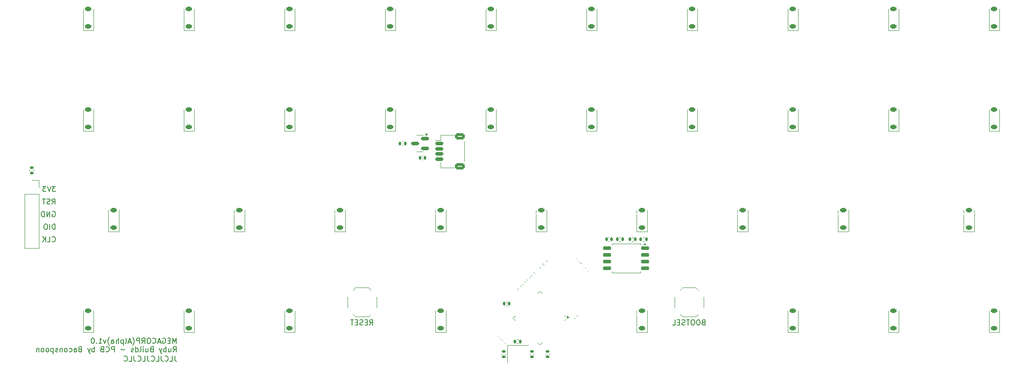
<source format=gbo>
%TF.GenerationSoftware,KiCad,Pcbnew,8.0.5*%
%TF.CreationDate,2024-10-22T20:48:18-04:00*%
%TF.ProjectId,alpha,616c7068-612e-46b6-9963-61645f706362,rev?*%
%TF.SameCoordinates,PX1c62fe0PY650e7e0*%
%TF.FileFunction,Legend,Bot*%
%TF.FilePolarity,Positive*%
%FSLAX46Y46*%
G04 Gerber Fmt 4.6, Leading zero omitted, Abs format (unit mm)*
G04 Created by KiCad (PCBNEW 8.0.5) date 2024-10-22 20:48:18*
%MOMM*%
%LPD*%
G01*
G04 APERTURE LIST*
G04 Aperture macros list*
%AMRoundRect*
0 Rectangle with rounded corners*
0 $1 Rounding radius*
0 $2 $3 $4 $5 $6 $7 $8 $9 X,Y pos of 4 corners*
0 Add a 4 corners polygon primitive as box body*
4,1,4,$2,$3,$4,$5,$6,$7,$8,$9,$2,$3,0*
0 Add four circle primitives for the rounded corners*
1,1,$1+$1,$2,$3*
1,1,$1+$1,$4,$5*
1,1,$1+$1,$6,$7*
1,1,$1+$1,$8,$9*
0 Add four rect primitives between the rounded corners*
20,1,$1+$1,$2,$3,$4,$5,0*
20,1,$1+$1,$4,$5,$6,$7,0*
20,1,$1+$1,$6,$7,$8,$9,0*
20,1,$1+$1,$8,$9,$2,$3,0*%
%AMHorizOval*
0 Thick line with rounded ends*
0 $1 width*
0 $2 $3 position (X,Y) of the first rounded end (center of the circle)*
0 $4 $5 position (X,Y) of the second rounded end (center of the circle)*
0 Add line between two ends*
20,1,$1,$2,$3,$4,$5,0*
0 Add two circle primitives to create the rounded ends*
1,1,$1,$2,$3*
1,1,$1,$4,$5*%
%AMRotRect*
0 Rectangle, with rotation*
0 The origin of the aperture is its center*
0 $1 length*
0 $2 width*
0 $3 Rotation angle, in degrees counterclockwise*
0 Add horizontal line*
21,1,$1,$2,0,0,$3*%
G04 Aperture macros list end*
%ADD10C,0.150000*%
%ADD11C,0.120000*%
%ADD12C,1.750000*%
%ADD13C,4.000000*%
%ADD14HorizOval,2.500000X0.656270X0.728862X-0.656270X-0.728862X0*%
%ADD15C,2.500000*%
%ADD16HorizOval,2.500000X0.020277X0.289981X-0.020277X-0.289981X0*%
%ADD17C,3.987800*%
%ADD18C,3.048000*%
%ADD19RoundRect,0.140000X0.219203X0.021213X0.021213X0.219203X-0.219203X-0.021213X-0.021213X-0.219203X0*%
%ADD20RoundRect,0.225000X0.375000X-0.225000X0.375000X0.225000X-0.375000X0.225000X-0.375000X-0.225000X0*%
%ADD21RoundRect,0.140000X-0.021213X0.219203X-0.219203X0.021213X0.021213X-0.219203X0.219203X-0.021213X0*%
%ADD22R,1.700000X1.000000*%
%ADD23RoundRect,0.135000X-0.135000X-0.185000X0.135000X-0.185000X0.135000X0.185000X-0.135000X0.185000X0*%
%ADD24RoundRect,0.140000X0.140000X0.170000X-0.140000X0.170000X-0.140000X-0.170000X0.140000X-0.170000X0*%
%ADD25RoundRect,0.150000X0.650000X0.150000X-0.650000X0.150000X-0.650000X-0.150000X0.650000X-0.150000X0*%
%ADD26RoundRect,0.140000X0.170000X-0.140000X0.170000X0.140000X-0.170000X0.140000X-0.170000X-0.140000X0*%
%ADD27RoundRect,0.150000X0.587500X0.150000X-0.587500X0.150000X-0.587500X-0.150000X0.587500X-0.150000X0*%
%ADD28R,1.400000X1.200000*%
%ADD29RoundRect,0.135000X-0.226274X-0.035355X-0.035355X-0.226274X0.226274X0.035355X0.035355X0.226274X0*%
%ADD30RoundRect,0.140000X0.021213X-0.219203X0.219203X-0.021213X-0.021213X0.219203X-0.219203X0.021213X0*%
%ADD31R,1.700000X1.700000*%
%ADD32O,1.700000X1.700000*%
%ADD33RoundRect,0.140000X-0.170000X0.140000X-0.170000X-0.140000X0.170000X-0.140000X0.170000X0.140000X0*%
%ADD34RoundRect,0.150000X-0.625000X0.150000X-0.625000X-0.150000X0.625000X-0.150000X0.625000X0.150000X0*%
%ADD35RoundRect,0.250000X-0.650000X0.350000X-0.650000X-0.350000X0.650000X-0.350000X0.650000X0.350000X0*%
%ADD36RoundRect,0.140000X-0.140000X-0.170000X0.140000X-0.170000X0.140000X0.170000X-0.140000X0.170000X0*%
%ADD37RoundRect,0.135000X0.185000X-0.135000X0.185000X0.135000X-0.185000X0.135000X-0.185000X-0.135000X0*%
%ADD38RoundRect,0.140000X-0.219203X-0.021213X-0.021213X-0.219203X0.219203X0.021213X0.021213X0.219203X0*%
%ADD39RoundRect,0.050000X0.309359X-0.238649X-0.238649X0.309359X-0.309359X0.238649X0.238649X-0.309359X0*%
%ADD40RoundRect,0.050000X0.309359X0.238649X0.238649X0.309359X-0.309359X-0.238649X-0.238649X-0.309359X0*%
%ADD41RotRect,3.200000X3.200000X135.000000*%
G04 APERTURE END LIST*
D10*
X28845450Y1725493D02*
X28845450Y1011208D01*
X28845450Y1011208D02*
X28893069Y868351D01*
X28893069Y868351D02*
X28988307Y773112D01*
X28988307Y773112D02*
X29131164Y725493D01*
X29131164Y725493D02*
X29226402Y725493D01*
X27893069Y725493D02*
X28369259Y725493D01*
X28369259Y725493D02*
X28369259Y1725493D01*
X26988307Y820732D02*
X27035926Y773112D01*
X27035926Y773112D02*
X27178783Y725493D01*
X27178783Y725493D02*
X27274021Y725493D01*
X27274021Y725493D02*
X27416878Y773112D01*
X27416878Y773112D02*
X27512116Y868351D01*
X27512116Y868351D02*
X27559735Y963589D01*
X27559735Y963589D02*
X27607354Y1154065D01*
X27607354Y1154065D02*
X27607354Y1296922D01*
X27607354Y1296922D02*
X27559735Y1487398D01*
X27559735Y1487398D02*
X27512116Y1582636D01*
X27512116Y1582636D02*
X27416878Y1677874D01*
X27416878Y1677874D02*
X27274021Y1725493D01*
X27274021Y1725493D02*
X27178783Y1725493D01*
X27178783Y1725493D02*
X27035926Y1677874D01*
X27035926Y1677874D02*
X26988307Y1630255D01*
X26274021Y1725493D02*
X26274021Y1011208D01*
X26274021Y1011208D02*
X26321640Y868351D01*
X26321640Y868351D02*
X26416878Y773112D01*
X26416878Y773112D02*
X26559735Y725493D01*
X26559735Y725493D02*
X26654973Y725493D01*
X25321640Y725493D02*
X25797830Y725493D01*
X25797830Y725493D02*
X25797830Y1725493D01*
X24416878Y820732D02*
X24464497Y773112D01*
X24464497Y773112D02*
X24607354Y725493D01*
X24607354Y725493D02*
X24702592Y725493D01*
X24702592Y725493D02*
X24845449Y773112D01*
X24845449Y773112D02*
X24940687Y868351D01*
X24940687Y868351D02*
X24988306Y963589D01*
X24988306Y963589D02*
X25035925Y1154065D01*
X25035925Y1154065D02*
X25035925Y1296922D01*
X25035925Y1296922D02*
X24988306Y1487398D01*
X24988306Y1487398D02*
X24940687Y1582636D01*
X24940687Y1582636D02*
X24845449Y1677874D01*
X24845449Y1677874D02*
X24702592Y1725493D01*
X24702592Y1725493D02*
X24607354Y1725493D01*
X24607354Y1725493D02*
X24464497Y1677874D01*
X24464497Y1677874D02*
X24416878Y1630255D01*
X23702592Y1725493D02*
X23702592Y1011208D01*
X23702592Y1011208D02*
X23750211Y868351D01*
X23750211Y868351D02*
X23845449Y773112D01*
X23845449Y773112D02*
X23988306Y725493D01*
X23988306Y725493D02*
X24083544Y725493D01*
X22750211Y725493D02*
X23226401Y725493D01*
X23226401Y725493D02*
X23226401Y1725493D01*
X21845449Y820732D02*
X21893068Y773112D01*
X21893068Y773112D02*
X22035925Y725493D01*
X22035925Y725493D02*
X22131163Y725493D01*
X22131163Y725493D02*
X22274020Y773112D01*
X22274020Y773112D02*
X22369258Y868351D01*
X22369258Y868351D02*
X22416877Y963589D01*
X22416877Y963589D02*
X22464496Y1154065D01*
X22464496Y1154065D02*
X22464496Y1296922D01*
X22464496Y1296922D02*
X22416877Y1487398D01*
X22416877Y1487398D02*
X22369258Y1582636D01*
X22369258Y1582636D02*
X22274020Y1677874D01*
X22274020Y1677874D02*
X22131163Y1725493D01*
X22131163Y1725493D02*
X22035925Y1725493D01*
X22035925Y1725493D02*
X21893068Y1677874D01*
X21893068Y1677874D02*
X21845449Y1630255D01*
X21131163Y1725493D02*
X21131163Y1011208D01*
X21131163Y1011208D02*
X21178782Y868351D01*
X21178782Y868351D02*
X21274020Y773112D01*
X21274020Y773112D02*
X21416877Y725493D01*
X21416877Y725493D02*
X21512115Y725493D01*
X20178782Y725493D02*
X20654972Y725493D01*
X20654972Y725493D02*
X20654972Y1725493D01*
X19274020Y820732D02*
X19321639Y773112D01*
X19321639Y773112D02*
X19464496Y725493D01*
X19464496Y725493D02*
X19559734Y725493D01*
X19559734Y725493D02*
X19702591Y773112D01*
X19702591Y773112D02*
X19797829Y868351D01*
X19797829Y868351D02*
X19845448Y963589D01*
X19845448Y963589D02*
X19893067Y1154065D01*
X19893067Y1154065D02*
X19893067Y1296922D01*
X19893067Y1296922D02*
X19845448Y1487398D01*
X19845448Y1487398D02*
X19797829Y1582636D01*
X19797829Y1582636D02*
X19702591Y1677874D01*
X19702591Y1677874D02*
X19559734Y1725493D01*
X19559734Y1725493D02*
X19464496Y1725493D01*
X19464496Y1725493D02*
X19321639Y1677874D01*
X19321639Y1677874D02*
X19274020Y1630255D01*
X5687843Y29062226D02*
X5783081Y29109845D01*
X5783081Y29109845D02*
X5925938Y29109845D01*
X5925938Y29109845D02*
X6068795Y29062226D01*
X6068795Y29062226D02*
X6164033Y28966988D01*
X6164033Y28966988D02*
X6211652Y28871750D01*
X6211652Y28871750D02*
X6259271Y28681274D01*
X6259271Y28681274D02*
X6259271Y28538417D01*
X6259271Y28538417D02*
X6211652Y28347941D01*
X6211652Y28347941D02*
X6164033Y28252703D01*
X6164033Y28252703D02*
X6068795Y28157464D01*
X6068795Y28157464D02*
X5925938Y28109845D01*
X5925938Y28109845D02*
X5830700Y28109845D01*
X5830700Y28109845D02*
X5687843Y28157464D01*
X5687843Y28157464D02*
X5640224Y28205084D01*
X5640224Y28205084D02*
X5640224Y28538417D01*
X5640224Y28538417D02*
X5830700Y28538417D01*
X5211652Y28109845D02*
X5211652Y29109845D01*
X5211652Y29109845D02*
X4640224Y28109845D01*
X4640224Y28109845D02*
X4640224Y29109845D01*
X4164033Y28109845D02*
X4164033Y29109845D01*
X4164033Y29109845D02*
X3925938Y29109845D01*
X3925938Y29109845D02*
X3783081Y29062226D01*
X3783081Y29062226D02*
X3687843Y28966988D01*
X3687843Y28966988D02*
X3640224Y28871750D01*
X3640224Y28871750D02*
X3592605Y28681274D01*
X3592605Y28681274D02*
X3592605Y28538417D01*
X3592605Y28538417D02*
X3640224Y28347941D01*
X3640224Y28347941D02*
X3687843Y28252703D01*
X3687843Y28252703D02*
X3783081Y28157464D01*
X3783081Y28157464D02*
X3925938Y28109845D01*
X3925938Y28109845D02*
X4164033Y28109845D01*
X65746077Y7581893D02*
X66079410Y8058084D01*
X66317505Y7581893D02*
X66317505Y8581893D01*
X66317505Y8581893D02*
X65936553Y8581893D01*
X65936553Y8581893D02*
X65841315Y8534274D01*
X65841315Y8534274D02*
X65793696Y8486655D01*
X65793696Y8486655D02*
X65746077Y8391417D01*
X65746077Y8391417D02*
X65746077Y8248560D01*
X65746077Y8248560D02*
X65793696Y8153322D01*
X65793696Y8153322D02*
X65841315Y8105703D01*
X65841315Y8105703D02*
X65936553Y8058084D01*
X65936553Y8058084D02*
X66317505Y8058084D01*
X65317505Y8105703D02*
X64984172Y8105703D01*
X64841315Y7581893D02*
X65317505Y7581893D01*
X65317505Y7581893D02*
X65317505Y8581893D01*
X65317505Y8581893D02*
X64841315Y8581893D01*
X64460362Y7629512D02*
X64317505Y7581893D01*
X64317505Y7581893D02*
X64079410Y7581893D01*
X64079410Y7581893D02*
X63984172Y7629512D01*
X63984172Y7629512D02*
X63936553Y7677132D01*
X63936553Y7677132D02*
X63888934Y7772370D01*
X63888934Y7772370D02*
X63888934Y7867608D01*
X63888934Y7867608D02*
X63936553Y7962846D01*
X63936553Y7962846D02*
X63984172Y8010465D01*
X63984172Y8010465D02*
X64079410Y8058084D01*
X64079410Y8058084D02*
X64269886Y8105703D01*
X64269886Y8105703D02*
X64365124Y8153322D01*
X64365124Y8153322D02*
X64412743Y8200941D01*
X64412743Y8200941D02*
X64460362Y8296179D01*
X64460362Y8296179D02*
X64460362Y8391417D01*
X64460362Y8391417D02*
X64412743Y8486655D01*
X64412743Y8486655D02*
X64365124Y8534274D01*
X64365124Y8534274D02*
X64269886Y8581893D01*
X64269886Y8581893D02*
X64031791Y8581893D01*
X64031791Y8581893D02*
X63888934Y8534274D01*
X63460362Y8105703D02*
X63127029Y8105703D01*
X62984172Y7581893D02*
X63460362Y7581893D01*
X63460362Y7581893D02*
X63460362Y8581893D01*
X63460362Y8581893D02*
X62984172Y8581893D01*
X62698457Y8581893D02*
X62127029Y8581893D01*
X62412743Y7581893D02*
X62412743Y8581893D01*
X6306890Y33872341D02*
X5687843Y33872341D01*
X5687843Y33872341D02*
X6021176Y33491389D01*
X6021176Y33491389D02*
X5878319Y33491389D01*
X5878319Y33491389D02*
X5783081Y33443770D01*
X5783081Y33443770D02*
X5735462Y33396151D01*
X5735462Y33396151D02*
X5687843Y33300913D01*
X5687843Y33300913D02*
X5687843Y33062818D01*
X5687843Y33062818D02*
X5735462Y32967580D01*
X5735462Y32967580D02*
X5783081Y32919960D01*
X5783081Y32919960D02*
X5878319Y32872341D01*
X5878319Y32872341D02*
X6164033Y32872341D01*
X6164033Y32872341D02*
X6259271Y32919960D01*
X6259271Y32919960D02*
X6306890Y32967580D01*
X5402128Y33872341D02*
X5068795Y32872341D01*
X5068795Y32872341D02*
X4735462Y33872341D01*
X4497366Y33872341D02*
X3878319Y33872341D01*
X3878319Y33872341D02*
X4211652Y33491389D01*
X4211652Y33491389D02*
X4068795Y33491389D01*
X4068795Y33491389D02*
X3973557Y33443770D01*
X3973557Y33443770D02*
X3925938Y33396151D01*
X3925938Y33396151D02*
X3878319Y33300913D01*
X3878319Y33300913D02*
X3878319Y33062818D01*
X3878319Y33062818D02*
X3925938Y32967580D01*
X3925938Y32967580D02*
X3973557Y32919960D01*
X3973557Y32919960D02*
X4068795Y32872341D01*
X4068795Y32872341D02*
X4354509Y32872341D01*
X4354509Y32872341D02*
X4449747Y32919960D01*
X4449747Y32919960D02*
X4497366Y32967580D01*
X5640224Y23442588D02*
X5687843Y23394968D01*
X5687843Y23394968D02*
X5830700Y23347349D01*
X5830700Y23347349D02*
X5925938Y23347349D01*
X5925938Y23347349D02*
X6068795Y23394968D01*
X6068795Y23394968D02*
X6164033Y23490207D01*
X6164033Y23490207D02*
X6211652Y23585445D01*
X6211652Y23585445D02*
X6259271Y23775921D01*
X6259271Y23775921D02*
X6259271Y23918778D01*
X6259271Y23918778D02*
X6211652Y24109254D01*
X6211652Y24109254D02*
X6164033Y24204492D01*
X6164033Y24204492D02*
X6068795Y24299730D01*
X6068795Y24299730D02*
X5925938Y24347349D01*
X5925938Y24347349D02*
X5830700Y24347349D01*
X5830700Y24347349D02*
X5687843Y24299730D01*
X5687843Y24299730D02*
X5640224Y24252111D01*
X4735462Y23347349D02*
X5211652Y23347349D01*
X5211652Y23347349D02*
X5211652Y24347349D01*
X4402128Y23347349D02*
X4402128Y24347349D01*
X3830700Y23347349D02*
X4259271Y23918778D01*
X3830700Y24347349D02*
X4402128Y23775921D01*
X6211652Y25728597D02*
X6211652Y26728597D01*
X6211652Y26728597D02*
X5973557Y26728597D01*
X5973557Y26728597D02*
X5830700Y26680978D01*
X5830700Y26680978D02*
X5735462Y26585740D01*
X5735462Y26585740D02*
X5687843Y26490502D01*
X5687843Y26490502D02*
X5640224Y26300026D01*
X5640224Y26300026D02*
X5640224Y26157169D01*
X5640224Y26157169D02*
X5687843Y25966693D01*
X5687843Y25966693D02*
X5735462Y25871455D01*
X5735462Y25871455D02*
X5830700Y25776216D01*
X5830700Y25776216D02*
X5973557Y25728597D01*
X5973557Y25728597D02*
X6211652Y25728597D01*
X5211652Y25728597D02*
X5211652Y26728597D01*
X4544986Y26728597D02*
X4354510Y26728597D01*
X4354510Y26728597D02*
X4259272Y26680978D01*
X4259272Y26680978D02*
X4164034Y26585740D01*
X4164034Y26585740D02*
X4116415Y26395264D01*
X4116415Y26395264D02*
X4116415Y26061931D01*
X4116415Y26061931D02*
X4164034Y25871455D01*
X4164034Y25871455D02*
X4259272Y25776216D01*
X4259272Y25776216D02*
X4354510Y25728597D01*
X4354510Y25728597D02*
X4544986Y25728597D01*
X4544986Y25728597D02*
X4640224Y25776216D01*
X4640224Y25776216D02*
X4735462Y25871455D01*
X4735462Y25871455D02*
X4783081Y26061931D01*
X4783081Y26061931D02*
X4783081Y26395264D01*
X4783081Y26395264D02*
X4735462Y26585740D01*
X4735462Y26585740D02*
X4640224Y26680978D01*
X4640224Y26680978D02*
X4544986Y26728597D01*
X5640224Y30491093D02*
X5973557Y30967284D01*
X6211652Y30491093D02*
X6211652Y31491093D01*
X6211652Y31491093D02*
X5830700Y31491093D01*
X5830700Y31491093D02*
X5735462Y31443474D01*
X5735462Y31443474D02*
X5687843Y31395855D01*
X5687843Y31395855D02*
X5640224Y31300617D01*
X5640224Y31300617D02*
X5640224Y31157760D01*
X5640224Y31157760D02*
X5687843Y31062522D01*
X5687843Y31062522D02*
X5735462Y31014903D01*
X5735462Y31014903D02*
X5830700Y30967284D01*
X5830700Y30967284D02*
X6211652Y30967284D01*
X5259271Y30538712D02*
X5116414Y30491093D01*
X5116414Y30491093D02*
X4878319Y30491093D01*
X4878319Y30491093D02*
X4783081Y30538712D01*
X4783081Y30538712D02*
X4735462Y30586332D01*
X4735462Y30586332D02*
X4687843Y30681570D01*
X4687843Y30681570D02*
X4687843Y30776808D01*
X4687843Y30776808D02*
X4735462Y30872046D01*
X4735462Y30872046D02*
X4783081Y30919665D01*
X4783081Y30919665D02*
X4878319Y30967284D01*
X4878319Y30967284D02*
X5068795Y31014903D01*
X5068795Y31014903D02*
X5164033Y31062522D01*
X5164033Y31062522D02*
X5211652Y31110141D01*
X5211652Y31110141D02*
X5259271Y31205379D01*
X5259271Y31205379D02*
X5259271Y31300617D01*
X5259271Y31300617D02*
X5211652Y31395855D01*
X5211652Y31395855D02*
X5164033Y31443474D01*
X5164033Y31443474D02*
X5068795Y31491093D01*
X5068795Y31491093D02*
X4830700Y31491093D01*
X4830700Y31491093D02*
X4687843Y31443474D01*
X4402128Y31491093D02*
X3830700Y31491093D01*
X4116414Y30491093D02*
X4116414Y31491093D01*
X128896620Y8105703D02*
X128753763Y8058084D01*
X128753763Y8058084D02*
X128706144Y8010465D01*
X128706144Y8010465D02*
X128658525Y7915227D01*
X128658525Y7915227D02*
X128658525Y7772370D01*
X128658525Y7772370D02*
X128706144Y7677132D01*
X128706144Y7677132D02*
X128753763Y7629512D01*
X128753763Y7629512D02*
X128849001Y7581893D01*
X128849001Y7581893D02*
X129229953Y7581893D01*
X129229953Y7581893D02*
X129229953Y8581893D01*
X129229953Y8581893D02*
X128896620Y8581893D01*
X128896620Y8581893D02*
X128801382Y8534274D01*
X128801382Y8534274D02*
X128753763Y8486655D01*
X128753763Y8486655D02*
X128706144Y8391417D01*
X128706144Y8391417D02*
X128706144Y8296179D01*
X128706144Y8296179D02*
X128753763Y8200941D01*
X128753763Y8200941D02*
X128801382Y8153322D01*
X128801382Y8153322D02*
X128896620Y8105703D01*
X128896620Y8105703D02*
X129229953Y8105703D01*
X128039477Y8581893D02*
X127849001Y8581893D01*
X127849001Y8581893D02*
X127753763Y8534274D01*
X127753763Y8534274D02*
X127658525Y8439036D01*
X127658525Y8439036D02*
X127610906Y8248560D01*
X127610906Y8248560D02*
X127610906Y7915227D01*
X127610906Y7915227D02*
X127658525Y7724751D01*
X127658525Y7724751D02*
X127753763Y7629512D01*
X127753763Y7629512D02*
X127849001Y7581893D01*
X127849001Y7581893D02*
X128039477Y7581893D01*
X128039477Y7581893D02*
X128134715Y7629512D01*
X128134715Y7629512D02*
X128229953Y7724751D01*
X128229953Y7724751D02*
X128277572Y7915227D01*
X128277572Y7915227D02*
X128277572Y8248560D01*
X128277572Y8248560D02*
X128229953Y8439036D01*
X128229953Y8439036D02*
X128134715Y8534274D01*
X128134715Y8534274D02*
X128039477Y8581893D01*
X126991858Y8581893D02*
X126801382Y8581893D01*
X126801382Y8581893D02*
X126706144Y8534274D01*
X126706144Y8534274D02*
X126610906Y8439036D01*
X126610906Y8439036D02*
X126563287Y8248560D01*
X126563287Y8248560D02*
X126563287Y7915227D01*
X126563287Y7915227D02*
X126610906Y7724751D01*
X126610906Y7724751D02*
X126706144Y7629512D01*
X126706144Y7629512D02*
X126801382Y7581893D01*
X126801382Y7581893D02*
X126991858Y7581893D01*
X126991858Y7581893D02*
X127087096Y7629512D01*
X127087096Y7629512D02*
X127182334Y7724751D01*
X127182334Y7724751D02*
X127229953Y7915227D01*
X127229953Y7915227D02*
X127229953Y8248560D01*
X127229953Y8248560D02*
X127182334Y8439036D01*
X127182334Y8439036D02*
X127087096Y8534274D01*
X127087096Y8534274D02*
X126991858Y8581893D01*
X126277572Y8581893D02*
X125706144Y8581893D01*
X125991858Y7581893D02*
X125991858Y8581893D01*
X125420429Y7629512D02*
X125277572Y7581893D01*
X125277572Y7581893D02*
X125039477Y7581893D01*
X125039477Y7581893D02*
X124944239Y7629512D01*
X124944239Y7629512D02*
X124896620Y7677132D01*
X124896620Y7677132D02*
X124849001Y7772370D01*
X124849001Y7772370D02*
X124849001Y7867608D01*
X124849001Y7867608D02*
X124896620Y7962846D01*
X124896620Y7962846D02*
X124944239Y8010465D01*
X124944239Y8010465D02*
X125039477Y8058084D01*
X125039477Y8058084D02*
X125229953Y8105703D01*
X125229953Y8105703D02*
X125325191Y8153322D01*
X125325191Y8153322D02*
X125372810Y8200941D01*
X125372810Y8200941D02*
X125420429Y8296179D01*
X125420429Y8296179D02*
X125420429Y8391417D01*
X125420429Y8391417D02*
X125372810Y8486655D01*
X125372810Y8486655D02*
X125325191Y8534274D01*
X125325191Y8534274D02*
X125229953Y8581893D01*
X125229953Y8581893D02*
X124991858Y8581893D01*
X124991858Y8581893D02*
X124849001Y8534274D01*
X124420429Y8105703D02*
X124087096Y8105703D01*
X123944239Y7581893D02*
X124420429Y7581893D01*
X124420429Y7581893D02*
X124420429Y8581893D01*
X124420429Y8581893D02*
X123944239Y8581893D01*
X123039477Y7581893D02*
X123515667Y7581893D01*
X123515667Y7581893D02*
X123515667Y8581893D01*
X29131164Y4121373D02*
X29131164Y5121373D01*
X29131164Y5121373D02*
X28797831Y4407088D01*
X28797831Y4407088D02*
X28464498Y5121373D01*
X28464498Y5121373D02*
X28464498Y4121373D01*
X27988307Y4645183D02*
X27654974Y4645183D01*
X27512117Y4121373D02*
X27988307Y4121373D01*
X27988307Y4121373D02*
X27988307Y5121373D01*
X27988307Y5121373D02*
X27512117Y5121373D01*
X26559736Y5073754D02*
X26654974Y5121373D01*
X26654974Y5121373D02*
X26797831Y5121373D01*
X26797831Y5121373D02*
X26940688Y5073754D01*
X26940688Y5073754D02*
X27035926Y4978516D01*
X27035926Y4978516D02*
X27083545Y4883278D01*
X27083545Y4883278D02*
X27131164Y4692802D01*
X27131164Y4692802D02*
X27131164Y4549945D01*
X27131164Y4549945D02*
X27083545Y4359469D01*
X27083545Y4359469D02*
X27035926Y4264231D01*
X27035926Y4264231D02*
X26940688Y4168992D01*
X26940688Y4168992D02*
X26797831Y4121373D01*
X26797831Y4121373D02*
X26702593Y4121373D01*
X26702593Y4121373D02*
X26559736Y4168992D01*
X26559736Y4168992D02*
X26512117Y4216612D01*
X26512117Y4216612D02*
X26512117Y4549945D01*
X26512117Y4549945D02*
X26702593Y4549945D01*
X26131164Y4407088D02*
X25654974Y4407088D01*
X26226402Y4121373D02*
X25893069Y5121373D01*
X25893069Y5121373D02*
X25559736Y4121373D01*
X24654974Y4216612D02*
X24702593Y4168992D01*
X24702593Y4168992D02*
X24845450Y4121373D01*
X24845450Y4121373D02*
X24940688Y4121373D01*
X24940688Y4121373D02*
X25083545Y4168992D01*
X25083545Y4168992D02*
X25178783Y4264231D01*
X25178783Y4264231D02*
X25226402Y4359469D01*
X25226402Y4359469D02*
X25274021Y4549945D01*
X25274021Y4549945D02*
X25274021Y4692802D01*
X25274021Y4692802D02*
X25226402Y4883278D01*
X25226402Y4883278D02*
X25178783Y4978516D01*
X25178783Y4978516D02*
X25083545Y5073754D01*
X25083545Y5073754D02*
X24940688Y5121373D01*
X24940688Y5121373D02*
X24845450Y5121373D01*
X24845450Y5121373D02*
X24702593Y5073754D01*
X24702593Y5073754D02*
X24654974Y5026135D01*
X24035926Y5121373D02*
X23845450Y5121373D01*
X23845450Y5121373D02*
X23750212Y5073754D01*
X23750212Y5073754D02*
X23654974Y4978516D01*
X23654974Y4978516D02*
X23607355Y4788040D01*
X23607355Y4788040D02*
X23607355Y4454707D01*
X23607355Y4454707D02*
X23654974Y4264231D01*
X23654974Y4264231D02*
X23750212Y4168992D01*
X23750212Y4168992D02*
X23845450Y4121373D01*
X23845450Y4121373D02*
X24035926Y4121373D01*
X24035926Y4121373D02*
X24131164Y4168992D01*
X24131164Y4168992D02*
X24226402Y4264231D01*
X24226402Y4264231D02*
X24274021Y4454707D01*
X24274021Y4454707D02*
X24274021Y4788040D01*
X24274021Y4788040D02*
X24226402Y4978516D01*
X24226402Y4978516D02*
X24131164Y5073754D01*
X24131164Y5073754D02*
X24035926Y5121373D01*
X22607355Y4121373D02*
X22940688Y4597564D01*
X23178783Y4121373D02*
X23178783Y5121373D01*
X23178783Y5121373D02*
X22797831Y5121373D01*
X22797831Y5121373D02*
X22702593Y5073754D01*
X22702593Y5073754D02*
X22654974Y5026135D01*
X22654974Y5026135D02*
X22607355Y4930897D01*
X22607355Y4930897D02*
X22607355Y4788040D01*
X22607355Y4788040D02*
X22654974Y4692802D01*
X22654974Y4692802D02*
X22702593Y4645183D01*
X22702593Y4645183D02*
X22797831Y4597564D01*
X22797831Y4597564D02*
X23178783Y4597564D01*
X22178783Y4121373D02*
X22178783Y5121373D01*
X22178783Y5121373D02*
X21797831Y5121373D01*
X21797831Y5121373D02*
X21702593Y5073754D01*
X21702593Y5073754D02*
X21654974Y5026135D01*
X21654974Y5026135D02*
X21607355Y4930897D01*
X21607355Y4930897D02*
X21607355Y4788040D01*
X21607355Y4788040D02*
X21654974Y4692802D01*
X21654974Y4692802D02*
X21702593Y4645183D01*
X21702593Y4645183D02*
X21797831Y4597564D01*
X21797831Y4597564D02*
X22178783Y4597564D01*
X20893069Y3740421D02*
X20940688Y3788040D01*
X20940688Y3788040D02*
X21035926Y3930897D01*
X21035926Y3930897D02*
X21083545Y4026135D01*
X21083545Y4026135D02*
X21131164Y4168992D01*
X21131164Y4168992D02*
X21178783Y4407088D01*
X21178783Y4407088D02*
X21178783Y4597564D01*
X21178783Y4597564D02*
X21131164Y4835659D01*
X21131164Y4835659D02*
X21083545Y4978516D01*
X21083545Y4978516D02*
X21035926Y5073754D01*
X21035926Y5073754D02*
X20940688Y5216612D01*
X20940688Y5216612D02*
X20893069Y5264231D01*
X20559735Y4407088D02*
X20083545Y4407088D01*
X20654973Y4121373D02*
X20321640Y5121373D01*
X20321640Y5121373D02*
X19988307Y4121373D01*
X19512116Y4121373D02*
X19607354Y4168992D01*
X19607354Y4168992D02*
X19654973Y4264231D01*
X19654973Y4264231D02*
X19654973Y5121373D01*
X19131163Y4788040D02*
X19131163Y3788040D01*
X19131163Y4740421D02*
X19035925Y4788040D01*
X19035925Y4788040D02*
X18845449Y4788040D01*
X18845449Y4788040D02*
X18750211Y4740421D01*
X18750211Y4740421D02*
X18702592Y4692802D01*
X18702592Y4692802D02*
X18654973Y4597564D01*
X18654973Y4597564D02*
X18654973Y4311850D01*
X18654973Y4311850D02*
X18702592Y4216612D01*
X18702592Y4216612D02*
X18750211Y4168992D01*
X18750211Y4168992D02*
X18845449Y4121373D01*
X18845449Y4121373D02*
X19035925Y4121373D01*
X19035925Y4121373D02*
X19131163Y4168992D01*
X18226401Y4121373D02*
X18226401Y5121373D01*
X17797830Y4121373D02*
X17797830Y4645183D01*
X17797830Y4645183D02*
X17845449Y4740421D01*
X17845449Y4740421D02*
X17940687Y4788040D01*
X17940687Y4788040D02*
X18083544Y4788040D01*
X18083544Y4788040D02*
X18178782Y4740421D01*
X18178782Y4740421D02*
X18226401Y4692802D01*
X16893068Y4121373D02*
X16893068Y4645183D01*
X16893068Y4645183D02*
X16940687Y4740421D01*
X16940687Y4740421D02*
X17035925Y4788040D01*
X17035925Y4788040D02*
X17226401Y4788040D01*
X17226401Y4788040D02*
X17321639Y4740421D01*
X16893068Y4168992D02*
X16988306Y4121373D01*
X16988306Y4121373D02*
X17226401Y4121373D01*
X17226401Y4121373D02*
X17321639Y4168992D01*
X17321639Y4168992D02*
X17369258Y4264231D01*
X17369258Y4264231D02*
X17369258Y4359469D01*
X17369258Y4359469D02*
X17321639Y4454707D01*
X17321639Y4454707D02*
X17226401Y4502326D01*
X17226401Y4502326D02*
X16988306Y4502326D01*
X16988306Y4502326D02*
X16893068Y4549945D01*
X16512115Y3740421D02*
X16464496Y3788040D01*
X16464496Y3788040D02*
X16369258Y3930897D01*
X16369258Y3930897D02*
X16321639Y4026135D01*
X16321639Y4026135D02*
X16274020Y4168992D01*
X16274020Y4168992D02*
X16226401Y4407088D01*
X16226401Y4407088D02*
X16226401Y4597564D01*
X16226401Y4597564D02*
X16274020Y4835659D01*
X16274020Y4835659D02*
X16321639Y4978516D01*
X16321639Y4978516D02*
X16369258Y5073754D01*
X16369258Y5073754D02*
X16464496Y5216612D01*
X16464496Y5216612D02*
X16512115Y5264231D01*
X15845448Y4788040D02*
X15607353Y4121373D01*
X15607353Y4121373D02*
X15369258Y4788040D01*
X14464496Y4121373D02*
X15035924Y4121373D01*
X14750210Y4121373D02*
X14750210Y5121373D01*
X14750210Y5121373D02*
X14845448Y4978516D01*
X14845448Y4978516D02*
X14940686Y4883278D01*
X14940686Y4883278D02*
X15035924Y4835659D01*
X14035924Y4216612D02*
X13988305Y4168992D01*
X13988305Y4168992D02*
X14035924Y4121373D01*
X14035924Y4121373D02*
X14083543Y4168992D01*
X14083543Y4168992D02*
X14035924Y4216612D01*
X14035924Y4216612D02*
X14035924Y4121373D01*
X13369258Y5121373D02*
X13274020Y5121373D01*
X13274020Y5121373D02*
X13178782Y5073754D01*
X13178782Y5073754D02*
X13131163Y5026135D01*
X13131163Y5026135D02*
X13083544Y4930897D01*
X13083544Y4930897D02*
X13035925Y4740421D01*
X13035925Y4740421D02*
X13035925Y4502326D01*
X13035925Y4502326D02*
X13083544Y4311850D01*
X13083544Y4311850D02*
X13131163Y4216612D01*
X13131163Y4216612D02*
X13178782Y4168992D01*
X13178782Y4168992D02*
X13274020Y4121373D01*
X13274020Y4121373D02*
X13369258Y4121373D01*
X13369258Y4121373D02*
X13464496Y4168992D01*
X13464496Y4168992D02*
X13512115Y4216612D01*
X13512115Y4216612D02*
X13559734Y4311850D01*
X13559734Y4311850D02*
X13607353Y4502326D01*
X13607353Y4502326D02*
X13607353Y4740421D01*
X13607353Y4740421D02*
X13559734Y4930897D01*
X13559734Y4930897D02*
X13512115Y5026135D01*
X13512115Y5026135D02*
X13464496Y5073754D01*
X13464496Y5073754D02*
X13369258Y5121373D01*
X28559736Y2511429D02*
X28893069Y2987620D01*
X29131164Y2511429D02*
X29131164Y3511429D01*
X29131164Y3511429D02*
X28750212Y3511429D01*
X28750212Y3511429D02*
X28654974Y3463810D01*
X28654974Y3463810D02*
X28607355Y3416191D01*
X28607355Y3416191D02*
X28559736Y3320953D01*
X28559736Y3320953D02*
X28559736Y3178096D01*
X28559736Y3178096D02*
X28607355Y3082858D01*
X28607355Y3082858D02*
X28654974Y3035239D01*
X28654974Y3035239D02*
X28750212Y2987620D01*
X28750212Y2987620D02*
X29131164Y2987620D01*
X27702593Y3178096D02*
X27702593Y2511429D01*
X28131164Y3178096D02*
X28131164Y2654287D01*
X28131164Y2654287D02*
X28083545Y2559048D01*
X28083545Y2559048D02*
X27988307Y2511429D01*
X27988307Y2511429D02*
X27845450Y2511429D01*
X27845450Y2511429D02*
X27750212Y2559048D01*
X27750212Y2559048D02*
X27702593Y2606668D01*
X27226402Y2511429D02*
X27226402Y3511429D01*
X27226402Y3130477D02*
X27131164Y3178096D01*
X27131164Y3178096D02*
X26940688Y3178096D01*
X26940688Y3178096D02*
X26845450Y3130477D01*
X26845450Y3130477D02*
X26797831Y3082858D01*
X26797831Y3082858D02*
X26750212Y2987620D01*
X26750212Y2987620D02*
X26750212Y2701906D01*
X26750212Y2701906D02*
X26797831Y2606668D01*
X26797831Y2606668D02*
X26845450Y2559048D01*
X26845450Y2559048D02*
X26940688Y2511429D01*
X26940688Y2511429D02*
X27131164Y2511429D01*
X27131164Y2511429D02*
X27226402Y2559048D01*
X26416878Y3178096D02*
X26178783Y2511429D01*
X25940688Y3178096D02*
X26178783Y2511429D01*
X26178783Y2511429D02*
X26274021Y2273334D01*
X26274021Y2273334D02*
X26321640Y2225715D01*
X26321640Y2225715D02*
X26416878Y2178096D01*
X24464497Y3035239D02*
X24321640Y2987620D01*
X24321640Y2987620D02*
X24274021Y2940001D01*
X24274021Y2940001D02*
X24226402Y2844763D01*
X24226402Y2844763D02*
X24226402Y2701906D01*
X24226402Y2701906D02*
X24274021Y2606668D01*
X24274021Y2606668D02*
X24321640Y2559048D01*
X24321640Y2559048D02*
X24416878Y2511429D01*
X24416878Y2511429D02*
X24797830Y2511429D01*
X24797830Y2511429D02*
X24797830Y3511429D01*
X24797830Y3511429D02*
X24464497Y3511429D01*
X24464497Y3511429D02*
X24369259Y3463810D01*
X24369259Y3463810D02*
X24321640Y3416191D01*
X24321640Y3416191D02*
X24274021Y3320953D01*
X24274021Y3320953D02*
X24274021Y3225715D01*
X24274021Y3225715D02*
X24321640Y3130477D01*
X24321640Y3130477D02*
X24369259Y3082858D01*
X24369259Y3082858D02*
X24464497Y3035239D01*
X24464497Y3035239D02*
X24797830Y3035239D01*
X23369259Y3178096D02*
X23369259Y2511429D01*
X23797830Y3178096D02*
X23797830Y2654287D01*
X23797830Y2654287D02*
X23750211Y2559048D01*
X23750211Y2559048D02*
X23654973Y2511429D01*
X23654973Y2511429D02*
X23512116Y2511429D01*
X23512116Y2511429D02*
X23416878Y2559048D01*
X23416878Y2559048D02*
X23369259Y2606668D01*
X22893068Y2511429D02*
X22893068Y3178096D01*
X22893068Y3511429D02*
X22940687Y3463810D01*
X22940687Y3463810D02*
X22893068Y3416191D01*
X22893068Y3416191D02*
X22845449Y3463810D01*
X22845449Y3463810D02*
X22893068Y3511429D01*
X22893068Y3511429D02*
X22893068Y3416191D01*
X22274021Y2511429D02*
X22369259Y2559048D01*
X22369259Y2559048D02*
X22416878Y2654287D01*
X22416878Y2654287D02*
X22416878Y3511429D01*
X21464497Y2511429D02*
X21464497Y3511429D01*
X21464497Y2559048D02*
X21559735Y2511429D01*
X21559735Y2511429D02*
X21750211Y2511429D01*
X21750211Y2511429D02*
X21845449Y2559048D01*
X21845449Y2559048D02*
X21893068Y2606668D01*
X21893068Y2606668D02*
X21940687Y2701906D01*
X21940687Y2701906D02*
X21940687Y2987620D01*
X21940687Y2987620D02*
X21893068Y3082858D01*
X21893068Y3082858D02*
X21845449Y3130477D01*
X21845449Y3130477D02*
X21750211Y3178096D01*
X21750211Y3178096D02*
X21559735Y3178096D01*
X21559735Y3178096D02*
X21464497Y3130477D01*
X21035925Y2559048D02*
X20940687Y2511429D01*
X20940687Y2511429D02*
X20750211Y2511429D01*
X20750211Y2511429D02*
X20654973Y2559048D01*
X20654973Y2559048D02*
X20607354Y2654287D01*
X20607354Y2654287D02*
X20607354Y2701906D01*
X20607354Y2701906D02*
X20654973Y2797144D01*
X20654973Y2797144D02*
X20750211Y2844763D01*
X20750211Y2844763D02*
X20893068Y2844763D01*
X20893068Y2844763D02*
X20988306Y2892382D01*
X20988306Y2892382D02*
X21035925Y2987620D01*
X21035925Y2987620D02*
X21035925Y3035239D01*
X21035925Y3035239D02*
X20988306Y3130477D01*
X20988306Y3130477D02*
X20893068Y3178096D01*
X20893068Y3178096D02*
X20750211Y3178096D01*
X20750211Y3178096D02*
X20654973Y3130477D01*
X19416877Y2892382D02*
X18654973Y2892382D01*
X17416877Y2511429D02*
X17416877Y3511429D01*
X17416877Y3511429D02*
X17035925Y3511429D01*
X17035925Y3511429D02*
X16940687Y3463810D01*
X16940687Y3463810D02*
X16893068Y3416191D01*
X16893068Y3416191D02*
X16845449Y3320953D01*
X16845449Y3320953D02*
X16845449Y3178096D01*
X16845449Y3178096D02*
X16893068Y3082858D01*
X16893068Y3082858D02*
X16940687Y3035239D01*
X16940687Y3035239D02*
X17035925Y2987620D01*
X17035925Y2987620D02*
X17416877Y2987620D01*
X15845449Y2606668D02*
X15893068Y2559048D01*
X15893068Y2559048D02*
X16035925Y2511429D01*
X16035925Y2511429D02*
X16131163Y2511429D01*
X16131163Y2511429D02*
X16274020Y2559048D01*
X16274020Y2559048D02*
X16369258Y2654287D01*
X16369258Y2654287D02*
X16416877Y2749525D01*
X16416877Y2749525D02*
X16464496Y2940001D01*
X16464496Y2940001D02*
X16464496Y3082858D01*
X16464496Y3082858D02*
X16416877Y3273334D01*
X16416877Y3273334D02*
X16369258Y3368572D01*
X16369258Y3368572D02*
X16274020Y3463810D01*
X16274020Y3463810D02*
X16131163Y3511429D01*
X16131163Y3511429D02*
X16035925Y3511429D01*
X16035925Y3511429D02*
X15893068Y3463810D01*
X15893068Y3463810D02*
X15845449Y3416191D01*
X15083544Y3035239D02*
X14940687Y2987620D01*
X14940687Y2987620D02*
X14893068Y2940001D01*
X14893068Y2940001D02*
X14845449Y2844763D01*
X14845449Y2844763D02*
X14845449Y2701906D01*
X14845449Y2701906D02*
X14893068Y2606668D01*
X14893068Y2606668D02*
X14940687Y2559048D01*
X14940687Y2559048D02*
X15035925Y2511429D01*
X15035925Y2511429D02*
X15416877Y2511429D01*
X15416877Y2511429D02*
X15416877Y3511429D01*
X15416877Y3511429D02*
X15083544Y3511429D01*
X15083544Y3511429D02*
X14988306Y3463810D01*
X14988306Y3463810D02*
X14940687Y3416191D01*
X14940687Y3416191D02*
X14893068Y3320953D01*
X14893068Y3320953D02*
X14893068Y3225715D01*
X14893068Y3225715D02*
X14940687Y3130477D01*
X14940687Y3130477D02*
X14988306Y3082858D01*
X14988306Y3082858D02*
X15083544Y3035239D01*
X15083544Y3035239D02*
X15416877Y3035239D01*
X13654972Y2511429D02*
X13654972Y3511429D01*
X13654972Y3130477D02*
X13559734Y3178096D01*
X13559734Y3178096D02*
X13369258Y3178096D01*
X13369258Y3178096D02*
X13274020Y3130477D01*
X13274020Y3130477D02*
X13226401Y3082858D01*
X13226401Y3082858D02*
X13178782Y2987620D01*
X13178782Y2987620D02*
X13178782Y2701906D01*
X13178782Y2701906D02*
X13226401Y2606668D01*
X13226401Y2606668D02*
X13274020Y2559048D01*
X13274020Y2559048D02*
X13369258Y2511429D01*
X13369258Y2511429D02*
X13559734Y2511429D01*
X13559734Y2511429D02*
X13654972Y2559048D01*
X12845448Y3178096D02*
X12607353Y2511429D01*
X12369258Y3178096D02*
X12607353Y2511429D01*
X12607353Y2511429D02*
X12702591Y2273334D01*
X12702591Y2273334D02*
X12750210Y2225715D01*
X12750210Y2225715D02*
X12845448Y2178096D01*
X10893067Y3035239D02*
X10750210Y2987620D01*
X10750210Y2987620D02*
X10702591Y2940001D01*
X10702591Y2940001D02*
X10654972Y2844763D01*
X10654972Y2844763D02*
X10654972Y2701906D01*
X10654972Y2701906D02*
X10702591Y2606668D01*
X10702591Y2606668D02*
X10750210Y2559048D01*
X10750210Y2559048D02*
X10845448Y2511429D01*
X10845448Y2511429D02*
X11226400Y2511429D01*
X11226400Y2511429D02*
X11226400Y3511429D01*
X11226400Y3511429D02*
X10893067Y3511429D01*
X10893067Y3511429D02*
X10797829Y3463810D01*
X10797829Y3463810D02*
X10750210Y3416191D01*
X10750210Y3416191D02*
X10702591Y3320953D01*
X10702591Y3320953D02*
X10702591Y3225715D01*
X10702591Y3225715D02*
X10750210Y3130477D01*
X10750210Y3130477D02*
X10797829Y3082858D01*
X10797829Y3082858D02*
X10893067Y3035239D01*
X10893067Y3035239D02*
X11226400Y3035239D01*
X9797829Y2511429D02*
X9797829Y3035239D01*
X9797829Y3035239D02*
X9845448Y3130477D01*
X9845448Y3130477D02*
X9940686Y3178096D01*
X9940686Y3178096D02*
X10131162Y3178096D01*
X10131162Y3178096D02*
X10226400Y3130477D01*
X9797829Y2559048D02*
X9893067Y2511429D01*
X9893067Y2511429D02*
X10131162Y2511429D01*
X10131162Y2511429D02*
X10226400Y2559048D01*
X10226400Y2559048D02*
X10274019Y2654287D01*
X10274019Y2654287D02*
X10274019Y2749525D01*
X10274019Y2749525D02*
X10226400Y2844763D01*
X10226400Y2844763D02*
X10131162Y2892382D01*
X10131162Y2892382D02*
X9893067Y2892382D01*
X9893067Y2892382D02*
X9797829Y2940001D01*
X8893067Y2559048D02*
X8988305Y2511429D01*
X8988305Y2511429D02*
X9178781Y2511429D01*
X9178781Y2511429D02*
X9274019Y2559048D01*
X9274019Y2559048D02*
X9321638Y2606668D01*
X9321638Y2606668D02*
X9369257Y2701906D01*
X9369257Y2701906D02*
X9369257Y2987620D01*
X9369257Y2987620D02*
X9321638Y3082858D01*
X9321638Y3082858D02*
X9274019Y3130477D01*
X9274019Y3130477D02*
X9178781Y3178096D01*
X9178781Y3178096D02*
X8988305Y3178096D01*
X8988305Y3178096D02*
X8893067Y3130477D01*
X8321638Y2511429D02*
X8416876Y2559048D01*
X8416876Y2559048D02*
X8464495Y2606668D01*
X8464495Y2606668D02*
X8512114Y2701906D01*
X8512114Y2701906D02*
X8512114Y2987620D01*
X8512114Y2987620D02*
X8464495Y3082858D01*
X8464495Y3082858D02*
X8416876Y3130477D01*
X8416876Y3130477D02*
X8321638Y3178096D01*
X8321638Y3178096D02*
X8178781Y3178096D01*
X8178781Y3178096D02*
X8083543Y3130477D01*
X8083543Y3130477D02*
X8035924Y3082858D01*
X8035924Y3082858D02*
X7988305Y2987620D01*
X7988305Y2987620D02*
X7988305Y2701906D01*
X7988305Y2701906D02*
X8035924Y2606668D01*
X8035924Y2606668D02*
X8083543Y2559048D01*
X8083543Y2559048D02*
X8178781Y2511429D01*
X8178781Y2511429D02*
X8321638Y2511429D01*
X7559733Y3178096D02*
X7559733Y2511429D01*
X7559733Y3082858D02*
X7512114Y3130477D01*
X7512114Y3130477D02*
X7416876Y3178096D01*
X7416876Y3178096D02*
X7274019Y3178096D01*
X7274019Y3178096D02*
X7178781Y3130477D01*
X7178781Y3130477D02*
X7131162Y3035239D01*
X7131162Y3035239D02*
X7131162Y2511429D01*
X6702590Y2559048D02*
X6607352Y2511429D01*
X6607352Y2511429D02*
X6416876Y2511429D01*
X6416876Y2511429D02*
X6321638Y2559048D01*
X6321638Y2559048D02*
X6274019Y2654287D01*
X6274019Y2654287D02*
X6274019Y2701906D01*
X6274019Y2701906D02*
X6321638Y2797144D01*
X6321638Y2797144D02*
X6416876Y2844763D01*
X6416876Y2844763D02*
X6559733Y2844763D01*
X6559733Y2844763D02*
X6654971Y2892382D01*
X6654971Y2892382D02*
X6702590Y2987620D01*
X6702590Y2987620D02*
X6702590Y3035239D01*
X6702590Y3035239D02*
X6654971Y3130477D01*
X6654971Y3130477D02*
X6559733Y3178096D01*
X6559733Y3178096D02*
X6416876Y3178096D01*
X6416876Y3178096D02*
X6321638Y3130477D01*
X5845447Y3178096D02*
X5845447Y2178096D01*
X5845447Y3130477D02*
X5750209Y3178096D01*
X5750209Y3178096D02*
X5559733Y3178096D01*
X5559733Y3178096D02*
X5464495Y3130477D01*
X5464495Y3130477D02*
X5416876Y3082858D01*
X5416876Y3082858D02*
X5369257Y2987620D01*
X5369257Y2987620D02*
X5369257Y2701906D01*
X5369257Y2701906D02*
X5416876Y2606668D01*
X5416876Y2606668D02*
X5464495Y2559048D01*
X5464495Y2559048D02*
X5559733Y2511429D01*
X5559733Y2511429D02*
X5750209Y2511429D01*
X5750209Y2511429D02*
X5845447Y2559048D01*
X4797828Y2511429D02*
X4893066Y2559048D01*
X4893066Y2559048D02*
X4940685Y2606668D01*
X4940685Y2606668D02*
X4988304Y2701906D01*
X4988304Y2701906D02*
X4988304Y2987620D01*
X4988304Y2987620D02*
X4940685Y3082858D01*
X4940685Y3082858D02*
X4893066Y3130477D01*
X4893066Y3130477D02*
X4797828Y3178096D01*
X4797828Y3178096D02*
X4654971Y3178096D01*
X4654971Y3178096D02*
X4559733Y3130477D01*
X4559733Y3130477D02*
X4512114Y3082858D01*
X4512114Y3082858D02*
X4464495Y2987620D01*
X4464495Y2987620D02*
X4464495Y2701906D01*
X4464495Y2701906D02*
X4512114Y2606668D01*
X4512114Y2606668D02*
X4559733Y2559048D01*
X4559733Y2559048D02*
X4654971Y2511429D01*
X4654971Y2511429D02*
X4797828Y2511429D01*
X3893066Y2511429D02*
X3988304Y2559048D01*
X3988304Y2559048D02*
X4035923Y2606668D01*
X4035923Y2606668D02*
X4083542Y2701906D01*
X4083542Y2701906D02*
X4083542Y2987620D01*
X4083542Y2987620D02*
X4035923Y3082858D01*
X4035923Y3082858D02*
X3988304Y3130477D01*
X3988304Y3130477D02*
X3893066Y3178096D01*
X3893066Y3178096D02*
X3750209Y3178096D01*
X3750209Y3178096D02*
X3654971Y3130477D01*
X3654971Y3130477D02*
X3607352Y3082858D01*
X3607352Y3082858D02*
X3559733Y2987620D01*
X3559733Y2987620D02*
X3559733Y2701906D01*
X3559733Y2701906D02*
X3607352Y2606668D01*
X3607352Y2606668D02*
X3654971Y2559048D01*
X3654971Y2559048D02*
X3750209Y2511429D01*
X3750209Y2511429D02*
X3893066Y2511429D01*
X3131161Y3178096D02*
X3131161Y2511429D01*
X3131161Y3082858D02*
X3083542Y3130477D01*
X3083542Y3130477D02*
X2988304Y3178096D01*
X2988304Y3178096D02*
X2845447Y3178096D01*
X2845447Y3178096D02*
X2750209Y3130477D01*
X2750209Y3130477D02*
X2702590Y3035239D01*
X2702590Y3035239D02*
X2702590Y2511429D01*
D11*
%TO.C,C_3V-Decoup1*%
X93737801Y14499661D02*
X93890304Y14347158D01*
X94246918Y15008778D02*
X94399421Y14856275D01*
%TO.C,D28*%
X178188912Y29332008D02*
X178188912Y25322008D01*
X178188912Y25322008D02*
X180188912Y25322008D01*
X180188912Y29332008D02*
X180188912Y25322008D01*
%TO.C,D30*%
X30551536Y10282023D02*
X30551536Y6272023D01*
X30551536Y6272023D02*
X32551536Y6272023D01*
X32551536Y10282023D02*
X32551536Y6272023D01*
%TO.C,C_3V-Decoup6*%
X90751926Y4643146D02*
X90904429Y4795649D01*
X91261043Y4134029D02*
X91413546Y4286532D01*
%TO.C,D11*%
X11501552Y48381994D02*
X11501552Y44371994D01*
X11501552Y44371994D02*
X13501552Y44371994D01*
X13501552Y48381994D02*
X13501552Y44371994D01*
%TO.C,SW2*%
X123456145Y12906239D02*
X123456145Y10906239D01*
X124956145Y14656239D02*
X124506145Y14206239D01*
X124956145Y9156239D02*
X124506145Y9606239D01*
X127456145Y14656239D02*
X124956145Y14656239D01*
X127456145Y14656239D02*
X127906145Y14206239D01*
X127456145Y9156239D02*
X124956145Y9156239D01*
X127456145Y9156239D02*
X127906145Y9606239D01*
X128956145Y12906239D02*
X128956145Y10906239D01*
%TO.C,D36*%
X182951408Y10282023D02*
X182951408Y6272023D01*
X182951408Y6272023D02*
X184951408Y6272023D01*
X184951408Y10282023D02*
X184951408Y6272023D01*
%TO.C,R_Crystal1*%
X93915281Y4844839D02*
X93607999Y4844839D01*
X93915281Y4084839D02*
X93607999Y4084839D01*
%TO.C,C_LD2*%
X75612101Y39650591D02*
X75827773Y39650591D01*
X75612101Y38930591D02*
X75827773Y38930591D01*
%TO.C,D33*%
X116276464Y10282023D02*
X116276464Y6272023D01*
X116276464Y6272023D02*
X118276464Y6272023D01*
X118276464Y10282023D02*
X118276464Y6272023D01*
%TO.C,U2*%
X111574904Y22965608D02*
X114299904Y22965608D01*
X111574904Y22705608D02*
X111574904Y22965608D01*
X111574904Y17775608D02*
X111574904Y17515608D01*
X111574904Y17515608D02*
X114299904Y17515608D01*
X117024904Y22965608D02*
X114299904Y22965608D01*
X117024904Y22705608D02*
X117024904Y22965608D01*
X117024904Y17775608D02*
X117024904Y17515608D01*
X117024904Y17515608D02*
X114299904Y17515608D01*
X117807404Y22705608D02*
X117567404Y23035608D01*
X118047404Y23035608D01*
X117807404Y22705608D01*
G36*
X117807404Y22705608D02*
G01*
X117567404Y23035608D01*
X118047404Y23035608D01*
X117807404Y22705608D01*
G37*
%TO.C,D4*%
X68651504Y67431975D02*
X68651504Y63421975D01*
X68651504Y63421975D02*
X70651504Y63421975D01*
X70651504Y67431975D02*
X70651504Y63421975D01*
%TO.C,R_Flash2*%
X115644169Y24192479D02*
X115336887Y24192479D01*
X115644169Y23432479D02*
X115336887Y23432479D01*
%TO.C,C_LD1*%
X71880383Y42341215D02*
X72096055Y42341215D01*
X71880383Y41621215D02*
X72096055Y41621215D01*
%TO.C,D2*%
X30551536Y67431976D02*
X30551536Y63421976D01*
X30551536Y63421976D02*
X32551536Y63421976D01*
X32551536Y67431976D02*
X32551536Y63421976D01*
%TO.C,C_3V-Decoup2*%
X95421597Y16183457D02*
X95574100Y16030954D01*
X95930714Y16692574D02*
X96083217Y16540071D01*
%TO.C,D21*%
X40076528Y29332008D02*
X40076528Y25322008D01*
X40076528Y25322008D02*
X42076528Y25322008D01*
X42076528Y29332008D02*
X42076528Y25322008D01*
%TO.C,D9*%
X163901424Y67431976D02*
X163901424Y63421976D01*
X163901424Y63421976D02*
X165901424Y63421976D01*
X165901424Y67431976D02*
X165901424Y63421976D01*
%TO.C,C_Crystal1*%
X96080544Y2191427D02*
X96080544Y1975755D01*
X96800544Y2191427D02*
X96800544Y1975755D01*
%TO.C,D27*%
X154376432Y29332007D02*
X154376432Y25322007D01*
X154376432Y25322007D02*
X156376432Y25322007D01*
X156376432Y29332007D02*
X156376432Y25322007D01*
%TO.C,D24*%
X97226480Y29332007D02*
X97226480Y25322007D01*
X97226480Y25322007D02*
X99226480Y25322007D01*
X99226480Y29332007D02*
X99226480Y25322007D01*
%TO.C,U3*%
X74612436Y43541215D02*
X75262436Y43541216D01*
X74612436Y40421215D02*
X75262436Y40421214D01*
X75912436Y43541215D02*
X75262436Y43541216D01*
X75912436Y40421215D02*
X75262436Y40421214D01*
X76424936Y43491215D02*
X76184936Y43821214D01*
X76664936Y43821215D01*
X76424936Y43491215D01*
G36*
X76424936Y43491215D02*
G01*
X76184936Y43821214D01*
X76664936Y43821215D01*
X76424936Y43491215D01*
G37*
%TO.C,D13*%
X49601520Y48381993D02*
X49601520Y44371993D01*
X49601520Y44371993D02*
X51601520Y44371993D01*
X51601520Y48381993D02*
X51601520Y44371993D01*
%TO.C,Y1*%
X91761640Y3733591D02*
X91761640Y433591D01*
X95761640Y3733591D02*
X91761640Y3733591D01*
%TO.C,R_DATA2*%
X98066420Y18374987D02*
X97849139Y18592268D01*
X98603821Y18912388D02*
X98386540Y19129669D01*
%TO.C,C_3V-Decoup9*%
X105787229Y19380793D02*
X105634726Y19228290D01*
X106296346Y18871676D02*
X106143843Y18719173D01*
%TO.C,J2*%
X455936Y32379974D02*
X3115936Y32379974D01*
X455936Y22159975D02*
X455936Y32379974D01*
X455936Y22159975D02*
X3115936Y22159975D01*
X1785936Y34979975D02*
X3115936Y34979975D01*
X3115936Y34979975D02*
X3115936Y33649975D01*
X3115936Y22159975D02*
X3115936Y32379974D01*
%TO.C,D31*%
X49601520Y10282023D02*
X49601520Y6272023D01*
X49601520Y6272023D02*
X51601520Y6272023D01*
X51601520Y10282023D02*
X51601520Y6272023D01*
%TO.C,D18*%
X144851439Y48381993D02*
X144851439Y44371993D01*
X144851439Y44371993D02*
X146851439Y44371993D01*
X146851439Y48381993D02*
X146851439Y44371993D01*
%TO.C,C_3V-Decoup4*%
X99057104Y1975755D02*
X99057104Y2191427D01*
X99777104Y1975755D02*
X99777104Y2191427D01*
%TO.C,D14*%
X68651504Y48381993D02*
X68651504Y44371993D01*
X68651504Y44371993D02*
X70651504Y44371993D01*
X70651504Y48381993D02*
X70651504Y44371993D01*
%TO.C,D7*%
X125801456Y67431976D02*
X125801456Y63421976D01*
X125801456Y63421976D02*
X127801456Y63421976D01*
X127801456Y67431976D02*
X127801456Y63421976D01*
%TO.C,D35*%
X163901424Y10282023D02*
X163901424Y6272023D01*
X163901424Y6272023D02*
X165901424Y6272023D01*
X165901424Y10282023D02*
X165901424Y6272023D01*
%TO.C,D34*%
X144851440Y10282023D02*
X144851440Y6272023D01*
X144851440Y6272023D02*
X146851440Y6272023D01*
X146851440Y10282023D02*
X146851440Y6272023D01*
%TO.C,D1*%
X11501552Y67431976D02*
X11501552Y63421976D01*
X11501552Y63421976D02*
X13501552Y63421976D01*
X13501552Y67431976D02*
X13501552Y63421976D01*
%TO.C,D29*%
X11501552Y10282023D02*
X11501552Y6272023D01*
X11501552Y6272023D02*
X13501552Y6272023D01*
X13501552Y10282023D02*
X13501552Y6272023D01*
%TO.C,D20*%
X16264048Y29332008D02*
X16264048Y25322008D01*
X16264048Y25322008D02*
X18264048Y25322008D01*
X18264048Y29332008D02*
X18264048Y25322008D01*
%TO.C,D5*%
X87701488Y67431975D02*
X87701488Y63421975D01*
X87701488Y63421975D02*
X89701488Y63421975D01*
X89701488Y67431975D02*
X89701488Y63421975D01*
%TO.C,D26*%
X135326448Y29332007D02*
X135326448Y25322007D01*
X135326448Y25322007D02*
X137326448Y25322007D01*
X137326448Y29332007D02*
X137326448Y25322007D01*
%TO.C,D8*%
X144851440Y67431976D02*
X144851440Y63421976D01*
X144851440Y63421976D02*
X146851440Y63421976D01*
X146851440Y67431976D02*
X146851440Y63421976D01*
%TO.C,C_3V-Decoup8*%
X91570212Y11968583D02*
X91785884Y11968583D01*
X91570212Y11248583D02*
X91785884Y11248583D01*
%TO.C,C_Crystal2*%
X90722737Y2191427D02*
X90722737Y1975755D01*
X91442737Y2191427D02*
X91442737Y1975755D01*
%TO.C,C_3V-Decoup3*%
X104894261Y20273761D02*
X104741758Y20121258D01*
X105403378Y19764644D02*
X105250875Y19612141D01*
%TO.C,D12*%
X30551536Y48381993D02*
X30551536Y44371993D01*
X30551536Y44371993D02*
X32551536Y44371993D01*
X32551536Y48381993D02*
X32551536Y44371993D01*
%TO.C,D6*%
X106751472Y67431975D02*
X106751472Y63421975D01*
X106751472Y63421975D02*
X108751472Y63421975D01*
X108751472Y67431975D02*
X108751472Y63421975D01*
%TO.C,R_Flash1*%
X113262921Y24192479D02*
X112955639Y24192479D01*
X113262921Y23432479D02*
X112955639Y23432479D01*
%TO.C,J1*%
X78187432Y42541215D02*
X79177431Y42541215D01*
X79177431Y43591215D02*
X81677432Y43591215D01*
X79177431Y42541215D02*
X79177431Y43591215D01*
X79177431Y38421215D02*
X79177431Y37371215D01*
X79177431Y37371215D02*
X81677432Y37371215D01*
X83647432Y38541215D02*
X83647432Y42421215D01*
%TO.C,D37*%
X163901424Y48381993D02*
X163901424Y44371993D01*
X163901424Y44371993D02*
X165901424Y44371993D01*
X165901424Y48381993D02*
X165901424Y44371993D01*
%TO.C,D25*%
X116276464Y29332007D02*
X116276464Y25322007D01*
X116276464Y25322007D02*
X118276464Y25322007D01*
X118276464Y29332007D02*
X118276464Y25322007D01*
%TO.C,C_1V-Decoup3*%
X96263495Y17025355D02*
X96415998Y16872852D01*
X96772612Y17534472D02*
X96925115Y17381969D01*
%TO.C,R_DATA1*%
X98758168Y19066734D02*
X98540887Y19284015D01*
X99295569Y19604135D02*
X99078288Y19821416D01*
%TO.C,D17*%
X125801456Y48381992D02*
X125801456Y44371992D01*
X125801456Y44371992D02*
X127801456Y44371992D01*
X127801456Y48381992D02*
X127801456Y44371992D01*
%TO.C,C_Flash1*%
X111133524Y24172479D02*
X110917852Y24172479D01*
X111133524Y23452479D02*
X110917852Y23452479D01*
%TO.C,R_RST1*%
X1405936Y37062985D02*
X1405936Y36755703D01*
X2165936Y37062985D02*
X2165936Y36755703D01*
%TO.C,D23*%
X78176496Y29332007D02*
X78176496Y25322007D01*
X78176496Y25322007D02*
X80176496Y25322007D01*
X80176496Y29332007D02*
X80176496Y25322007D01*
%TO.C,D22*%
X59126511Y29332007D02*
X59126511Y25322007D01*
X59126511Y25322007D02*
X61126511Y25322007D01*
X61126511Y29332007D02*
X61126511Y25322007D01*
%TO.C,D15*%
X87701488Y48381993D02*
X87701488Y44371993D01*
X87701488Y44371993D02*
X89701488Y44371993D01*
X89701488Y48381993D02*
X89701488Y44371993D01*
%TO.C,C_3V-Decoup5*%
X104536220Y8752630D02*
X104383717Y8905133D01*
X105045337Y9261747D02*
X104892834Y9414250D01*
%TO.C,C_3V-Decoup7*%
X94579699Y15341559D02*
X94732202Y15189056D01*
X95088816Y15850676D02*
X95241319Y15698173D01*
%TO.C,D19*%
X182951408Y48381993D02*
X182951408Y44371993D01*
X182951408Y44371993D02*
X184951408Y44371993D01*
X184951408Y48381993D02*
X184951408Y44371993D01*
%TO.C,D10*%
X182951408Y67431976D02*
X182951408Y63421976D01*
X182951408Y63421976D02*
X184951408Y63421976D01*
X184951408Y67431976D02*
X184951408Y63421976D01*
%TO.C,C_1V-Decoup2*%
X106680197Y18487825D02*
X106527694Y18335322D01*
X107189314Y17978708D02*
X107036811Y17826205D01*
%TO.C,D32*%
X78176496Y10282023D02*
X78176496Y6272023D01*
X78176496Y6272023D02*
X80176496Y6272023D01*
X80176496Y10282023D02*
X80176496Y6272023D01*
%TO.C,SW1*%
X61543696Y12906239D02*
X61543696Y10906239D01*
X63043696Y14656239D02*
X62593696Y14206239D01*
X63043696Y9156239D02*
X62593696Y9606239D01*
X65543696Y14656239D02*
X63043696Y14656239D01*
X65543696Y14656239D02*
X65993696Y14206239D01*
X65543696Y9156239D02*
X63043696Y9156239D01*
X65543696Y9156239D02*
X65993696Y9606239D01*
X67043696Y12906239D02*
X67043696Y10906239D01*
%TO.C,U1*%
X92823513Y8929679D02*
X93283132Y8470060D01*
X93283132Y9389298D02*
X92823513Y8929679D01*
X97469205Y13575371D02*
X97928824Y14034990D01*
X97928824Y14034990D02*
X98388443Y13575371D01*
X97928824Y3824368D02*
X97469205Y4283987D01*
X98388443Y4283987D02*
X97928824Y3824368D01*
X102822003Y9141811D02*
X102574516Y9389298D01*
X102864429Y8759973D02*
X102574516Y8470060D01*
X103437186Y8993319D02*
X103034135Y8929679D01*
X103097775Y9332730D01*
X103437186Y8993319D01*
G36*
X103437186Y8993319D02*
G01*
X103034135Y8929679D01*
X103097775Y9332730D01*
X103437186Y8993319D01*
G37*
%TO.C,D3*%
X49601520Y67431976D02*
X49601520Y63421976D01*
X49601520Y63421976D02*
X51601520Y63421976D01*
X51601520Y67431976D02*
X51601520Y63421976D01*
%TO.C,C_1V-Decoup1*%
X89910027Y5485045D02*
X90062530Y5637548D01*
X90419144Y4975928D02*
X90571647Y5128431D01*
%TO.C,D16*%
X106751472Y48381992D02*
X106751472Y44371992D01*
X106751472Y44371992D02*
X108751472Y44371992D01*
X108751472Y48381992D02*
X108751472Y44371992D01*
%TO.C,R_Flash3*%
X117727761Y24192479D02*
X117420479Y24192479D01*
X117727761Y23432479D02*
X117420479Y23432479D01*
%TD*%
%LPC*%
D12*
%TO.C,MX26*%
X128269889Y28574976D03*
D13*
X133349888Y28574976D03*
D12*
X138429887Y28574976D03*
D14*
X130196157Y31843836D03*
D15*
X130849888Y32574976D03*
D16*
X135869889Y33364976D03*
%TD*%
D12*
%TO.C,MX27*%
X147319873Y28574976D03*
D13*
X152399872Y28574976D03*
D12*
X157479871Y28574976D03*
D14*
X149246141Y31843836D03*
D15*
X149899872Y32574976D03*
D16*
X154919873Y33364976D03*
%TD*%
D12*
%TO.C,MX10*%
X175894850Y66674943D03*
D13*
X180974849Y66674943D03*
D12*
X186054848Y66674943D03*
D14*
X177821118Y69943803D03*
D15*
X178474849Y70674943D03*
D16*
X183494850Y71464943D03*
%TD*%
D12*
%TO.C,MX36*%
X175894849Y9524992D03*
D13*
X180974848Y9524992D03*
D12*
X186054847Y9524992D03*
D14*
X177821117Y12793852D03*
D15*
X178474848Y13524992D03*
D16*
X183494849Y14314992D03*
%TD*%
D12*
%TO.C,MX32*%
X71119937Y9524992D03*
D13*
X76199936Y9524992D03*
D12*
X81279935Y9524992D03*
D14*
X73046205Y12793852D03*
D15*
X73699936Y13524992D03*
D16*
X78719937Y14314992D03*
%TD*%
D12*
%TO.C,MX2*%
X23494977Y66674943D03*
D13*
X28574976Y66674943D03*
D12*
X33654975Y66674943D03*
D14*
X25421245Y69943803D03*
D15*
X26074976Y70674943D03*
D16*
X31094977Y71464943D03*
%TD*%
D12*
%TO.C,MX20*%
X9187640Y28574976D03*
D13*
X14267640Y28574976D03*
D12*
X19347640Y28574976D03*
D14*
X11113909Y31843836D03*
D15*
X11767640Y32574976D03*
D16*
X16787640Y33364976D03*
%TD*%
D12*
%TO.C,MX11*%
X4444993Y47624961D03*
D13*
X9524992Y47624961D03*
D12*
X14604991Y47624961D03*
D14*
X6371261Y50893821D03*
D15*
X7024992Y51624961D03*
D16*
X12044993Y52414961D03*
%TD*%
D12*
%TO.C,MX24*%
X90169921Y28574975D03*
D13*
X95249920Y28574975D03*
D12*
X100329919Y28574975D03*
D14*
X92096189Y31843835D03*
D15*
X92749920Y32574975D03*
D16*
X97769921Y33364975D03*
%TD*%
D12*
%TO.C,MX34*%
X137794880Y9524992D03*
D13*
X142874879Y9524992D03*
D12*
X147954878Y9524992D03*
D14*
X139721148Y12793852D03*
D15*
X140374879Y13524992D03*
D16*
X145394880Y14314992D03*
%TD*%
D17*
%TO.C,S2*%
X126206155Y17779992D03*
D18*
X126206154Y2539992D03*
X102393654Y2539992D03*
D17*
X102393653Y17779992D03*
%TD*%
D12*
%TO.C,MX19*%
X175894849Y47624960D03*
D13*
X180974848Y47624960D03*
D12*
X186054847Y47624960D03*
D14*
X177821117Y50893820D03*
D15*
X178474848Y51624960D03*
D16*
X183494849Y52414960D03*
%TD*%
D12*
%TO.C,MX22*%
X52069953Y28574975D03*
D13*
X57149952Y28574975D03*
D12*
X62229951Y28574975D03*
D14*
X53996221Y31843835D03*
D15*
X54649952Y32574975D03*
D16*
X59669953Y33364975D03*
%TD*%
D12*
%TO.C,MX23*%
X71119937Y28574975D03*
D13*
X76199936Y28574975D03*
D12*
X81279935Y28574975D03*
D14*
X73046205Y31843835D03*
D15*
X73699936Y32574975D03*
D16*
X78719937Y33364975D03*
%TD*%
D12*
%TO.C,MX3*%
X42544960Y66674943D03*
D13*
X47624959Y66674943D03*
D12*
X52704958Y66674943D03*
D14*
X44471228Y69943803D03*
D15*
X45124959Y70674943D03*
D16*
X50144960Y71464943D03*
%TD*%
D12*
%TO.C,MX30*%
X23494977Y9524992D03*
D13*
X28574976Y9524992D03*
D12*
X33654975Y9524992D03*
D14*
X25421245Y12793852D03*
D15*
X26074976Y13524992D03*
D16*
X31094977Y14314992D03*
%TD*%
D12*
%TO.C,MX15*%
X80644929Y47624961D03*
D13*
X85724928Y47624961D03*
D12*
X90804927Y47624961D03*
D14*
X82571197Y50893821D03*
D15*
X83224928Y51624961D03*
D16*
X88244929Y52414961D03*
%TD*%
D12*
%TO.C,MX1*%
X4444993Y66674943D03*
D13*
X9524992Y66674943D03*
D12*
X14604991Y66674943D03*
D14*
X6371261Y69943803D03*
D15*
X7024992Y70674943D03*
D16*
X12044993Y71464943D03*
%TD*%
D12*
%TO.C,MX4*%
X61594944Y66674943D03*
D13*
X66674943Y66674943D03*
D12*
X71754942Y66674943D03*
D14*
X63521212Y69943803D03*
D15*
X64174943Y70674943D03*
D16*
X69194944Y71464943D03*
%TD*%
D17*
%TO.C,S1*%
X88106187Y17779992D03*
D18*
X88106186Y2539992D03*
X64293686Y2539992D03*
D17*
X64293685Y17779992D03*
%TD*%
D12*
%TO.C,MX6*%
X99694913Y66674943D03*
D13*
X104774912Y66674943D03*
D12*
X109854911Y66674943D03*
D14*
X101621181Y69943803D03*
D15*
X102274912Y70674943D03*
D16*
X107294913Y71464943D03*
%TD*%
D12*
%TO.C,MX5*%
X80644929Y66674943D03*
D13*
X85724928Y66674943D03*
D12*
X90804927Y66674943D03*
D14*
X82571197Y69943803D03*
D15*
X83224928Y70674943D03*
D16*
X88244929Y71464943D03*
%TD*%
D12*
%TO.C,MX14*%
X61594945Y47624961D03*
D13*
X66674944Y47624961D03*
D12*
X71754943Y47624961D03*
D14*
X63521213Y50893821D03*
D15*
X64174944Y51624961D03*
D16*
X69194945Y52414961D03*
%TD*%
D12*
%TO.C,MX35*%
X156844865Y9524992D03*
D13*
X161924864Y9524992D03*
D12*
X167004863Y9524992D03*
D14*
X158771133Y12793852D03*
D15*
X159424864Y13524992D03*
D16*
X164444865Y14314992D03*
%TD*%
D12*
%TO.C,MX8*%
X137794881Y66674943D03*
D13*
X142874880Y66674943D03*
D12*
X147954879Y66674943D03*
D14*
X139721149Y69943803D03*
D15*
X140374880Y70674943D03*
D16*
X145394881Y71464943D03*
%TD*%
D12*
%TO.C,MX7*%
X118744897Y66674943D03*
D13*
X123824896Y66674943D03*
D12*
X128904895Y66674943D03*
D14*
X120671165Y69943803D03*
D15*
X121324896Y70674943D03*
D16*
X126344897Y71464943D03*
%TD*%
D12*
%TO.C,MX16*%
X99694912Y47624960D03*
D13*
X104774911Y47624960D03*
D12*
X109854910Y47624960D03*
D14*
X101621180Y50893820D03*
D15*
X102274911Y51624960D03*
D16*
X107294912Y52414960D03*
%TD*%
D12*
%TO.C,MX12*%
X23494977Y47624960D03*
D13*
X28574976Y47624960D03*
D12*
X33654975Y47624960D03*
D14*
X25421245Y50893820D03*
D15*
X26074976Y51624960D03*
D16*
X31094977Y52414960D03*
%TD*%
D12*
%TO.C,MX28*%
X171132352Y28574976D03*
D13*
X176212352Y28574976D03*
D12*
X181292352Y28574976D03*
D14*
X173058621Y31843836D03*
D15*
X173712352Y32574976D03*
D16*
X178732352Y33364976D03*
%TD*%
D12*
%TO.C,MX9*%
X156844865Y66674943D03*
D13*
X161924864Y66674943D03*
D12*
X167004863Y66674943D03*
D14*
X158771133Y69943803D03*
D15*
X159424864Y70674943D03*
D16*
X164444865Y71464943D03*
%TD*%
D12*
%TO.C,MX21*%
X33019969Y28574976D03*
D13*
X38099968Y28574976D03*
D12*
X43179967Y28574976D03*
D14*
X34946237Y31843836D03*
D15*
X35599968Y32574976D03*
D16*
X40619969Y33364976D03*
%TD*%
D12*
%TO.C,MX29*%
X4444993Y9524992D03*
D13*
X9524992Y9524992D03*
D12*
X14604991Y9524992D03*
D14*
X6371261Y12793852D03*
D15*
X7024992Y13524992D03*
D16*
X12044993Y14314992D03*
%TD*%
D12*
%TO.C,MX33*%
X109219905Y9524992D03*
D13*
X114299904Y9524992D03*
D12*
X119379903Y9524992D03*
D14*
X111146173Y12793852D03*
D15*
X111799904Y13524992D03*
D16*
X116819905Y14314992D03*
%TD*%
D12*
%TO.C,MX31*%
X42544961Y9524992D03*
D13*
X47624960Y9524992D03*
D12*
X52704959Y9524992D03*
D14*
X44471229Y12793852D03*
D15*
X45124960Y13524992D03*
D16*
X50144961Y14314992D03*
%TD*%
D12*
%TO.C,MX17*%
X118744897Y47624960D03*
D13*
X123824896Y47624960D03*
D12*
X128904895Y47624960D03*
D14*
X120671165Y50893820D03*
D15*
X121324896Y51624960D03*
D16*
X126344897Y52414960D03*
%TD*%
D12*
%TO.C,MX13*%
X42544961Y47624960D03*
D13*
X47624960Y47624960D03*
D12*
X52704959Y47624960D03*
D14*
X44471229Y50893820D03*
D15*
X45124960Y51624960D03*
D16*
X50144961Y52414960D03*
%TD*%
D12*
%TO.C,MX25*%
X109219905Y28574976D03*
D13*
X114299904Y28574976D03*
D12*
X119379903Y28574976D03*
D14*
X111146173Y31843836D03*
D15*
X111799904Y32574976D03*
D16*
X116819905Y33364976D03*
%TD*%
D12*
%TO.C,MX37*%
X156844865Y47624960D03*
D13*
X161924864Y47624960D03*
D12*
X167004863Y47624960D03*
D14*
X158771133Y50893820D03*
D15*
X159424864Y51624960D03*
D16*
X164444865Y52414960D03*
%TD*%
D12*
%TO.C,MX18*%
X137794881Y47624960D03*
D13*
X142874880Y47624960D03*
D12*
X147954879Y47624960D03*
D14*
X139721149Y50893820D03*
D15*
X140374880Y51624960D03*
D16*
X145394881Y52414960D03*
%TD*%
D19*
%TO.C,C_3V-Decoup1*%
X94408022Y14338557D03*
X93729200Y15017379D03*
%TD*%
D20*
%TO.C,D28*%
X179188912Y26032008D03*
X179188912Y29332008D03*
%TD*%
%TO.C,D30*%
X31551536Y6982023D03*
X31551536Y10282023D03*
%TD*%
D21*
%TO.C,C_3V-Decoup6*%
X91422147Y4804250D03*
X90743325Y4125428D03*
%TD*%
D20*
%TO.C,D11*%
X12501552Y45081994D03*
X12501552Y48381994D03*
%TD*%
D22*
%TO.C,SW2*%
X123056146Y10006239D03*
X129356144Y10006239D03*
X123056146Y13806239D03*
X129356144Y13806239D03*
%TD*%
D20*
%TO.C,D36*%
X183951408Y6982023D03*
X183951408Y10282023D03*
%TD*%
D23*
%TO.C,R_Crystal1*%
X93251641Y4464839D03*
X94271639Y4464839D03*
%TD*%
D24*
%TO.C,C_LD2*%
X76199937Y39290591D03*
X75239937Y39290591D03*
%TD*%
D20*
%TO.C,D33*%
X117276464Y6982023D03*
X117276464Y10282023D03*
%TD*%
D25*
%TO.C,U2*%
X117899904Y22145608D03*
X117899904Y20875608D03*
X117899904Y19605608D03*
X117899904Y18335608D03*
X110699904Y18335608D03*
X110699904Y19605608D03*
X110699904Y20875608D03*
X110699904Y22145608D03*
%TD*%
D20*
%TO.C,D4*%
X69651504Y64131975D03*
X69651504Y67431975D03*
%TD*%
D23*
%TO.C,R_Flash2*%
X114980529Y23812479D03*
X116000527Y23812479D03*
%TD*%
D24*
%TO.C,C_LD1*%
X72468219Y41981215D03*
X71508219Y41981215D03*
%TD*%
D20*
%TO.C,D2*%
X31551536Y64131976D03*
X31551536Y67431976D03*
%TD*%
D19*
%TO.C,C_3V-Decoup2*%
X96091818Y16022353D03*
X95412996Y16701175D03*
%TD*%
D20*
%TO.C,D21*%
X41076528Y26032008D03*
X41076528Y29332008D03*
%TD*%
%TO.C,D9*%
X164901424Y64131976D03*
X164901424Y67431976D03*
%TD*%
D26*
%TO.C,C_Crystal1*%
X96440544Y1603591D03*
X96440544Y2563591D03*
%TD*%
D20*
%TO.C,D27*%
X155376432Y26032007D03*
X155376432Y29332007D03*
%TD*%
%TO.C,D24*%
X98226480Y26032007D03*
X98226480Y29332007D03*
%TD*%
D27*
%TO.C,U3*%
X76199936Y42931215D03*
X76199936Y41031215D03*
X74324935Y41981215D03*
%TD*%
D20*
%TO.C,D13*%
X50601520Y45081993D03*
X50601520Y48381993D03*
%TD*%
D28*
%TO.C,Y1*%
X92661640Y2933591D03*
X94861640Y2933591D03*
X94861640Y1233591D03*
X92661640Y1233591D03*
%TD*%
D29*
%TO.C,R_DATA2*%
X97865856Y19112952D03*
X98587104Y18391704D03*
%TD*%
D30*
%TO.C,C_3V-Decoup9*%
X105626125Y18710572D03*
X106304947Y19389394D03*
%TD*%
D31*
%TO.C,J2*%
X1785936Y33649975D03*
D32*
X1785936Y31109975D03*
X1785936Y28569976D03*
X1785936Y26029975D03*
X1785936Y23489975D03*
%TD*%
D20*
%TO.C,D31*%
X50601520Y6982023D03*
X50601520Y10282023D03*
%TD*%
%TO.C,D18*%
X145851439Y45081993D03*
X145851439Y48381993D03*
%TD*%
D33*
%TO.C,C_3V-Decoup4*%
X99417104Y2563591D03*
X99417104Y1603591D03*
%TD*%
D20*
%TO.C,D14*%
X69651504Y45081993D03*
X69651504Y48381993D03*
%TD*%
%TO.C,D7*%
X126801456Y64131976D03*
X126801456Y67431976D03*
%TD*%
%TO.C,D35*%
X164901424Y6982023D03*
X164901424Y10282023D03*
%TD*%
%TO.C,D34*%
X145851440Y6982023D03*
X145851440Y10282023D03*
%TD*%
%TO.C,D1*%
X12501552Y64131976D03*
X12501552Y67431976D03*
%TD*%
%TO.C,D29*%
X12501552Y6982023D03*
X12501552Y10282023D03*
%TD*%
%TO.C,D20*%
X17264048Y26032008D03*
X17264048Y29332008D03*
%TD*%
%TO.C,D5*%
X88701488Y64131975D03*
X88701488Y67431975D03*
%TD*%
%TO.C,D26*%
X136326448Y26032007D03*
X136326448Y29332007D03*
%TD*%
%TO.C,D8*%
X145851440Y64131976D03*
X145851440Y67431976D03*
%TD*%
D24*
%TO.C,C_3V-Decoup8*%
X92158048Y11608583D03*
X91198048Y11608583D03*
%TD*%
D26*
%TO.C,C_Crystal2*%
X91082737Y1603591D03*
X91082737Y2563591D03*
%TD*%
D30*
%TO.C,C_3V-Decoup3*%
X104733157Y19603540D03*
X105411979Y20282362D03*
%TD*%
D20*
%TO.C,D12*%
X31551536Y45081993D03*
X31551536Y48381993D03*
%TD*%
%TO.C,D6*%
X107751472Y64131975D03*
X107751472Y67431975D03*
%TD*%
D23*
%TO.C,R_Flash1*%
X112599281Y23812479D03*
X113619279Y23812479D03*
%TD*%
D34*
%TO.C,J1*%
X78962432Y41981215D03*
X78962432Y40981215D03*
X78962432Y39981215D03*
X78962432Y38981215D03*
D35*
X82837432Y43281215D03*
X82837432Y37681215D03*
%TD*%
D20*
%TO.C,D37*%
X164901424Y45081993D03*
X164901424Y48381993D03*
%TD*%
%TO.C,D25*%
X117276464Y26032007D03*
X117276464Y29332007D03*
%TD*%
D19*
%TO.C,C_1V-Decoup3*%
X96933716Y16864251D03*
X96254894Y17543073D03*
%TD*%
D29*
%TO.C,R_DATA1*%
X98557604Y19804699D03*
X99278852Y19083451D03*
%TD*%
D20*
%TO.C,D17*%
X126801456Y45081992D03*
X126801456Y48381992D03*
%TD*%
D36*
%TO.C,C_Flash1*%
X110545688Y23812479D03*
X111505688Y23812479D03*
%TD*%
D37*
%TO.C,R_RST1*%
X1785936Y36399345D03*
X1785936Y37419343D03*
%TD*%
D20*
%TO.C,D23*%
X79176496Y26032007D03*
X79176496Y29332007D03*
%TD*%
%TO.C,D22*%
X60126511Y26032007D03*
X60126511Y29332007D03*
%TD*%
%TO.C,D15*%
X88701488Y45081993D03*
X88701488Y48381993D03*
%TD*%
D38*
%TO.C,C_3V-Decoup5*%
X104375116Y9422851D03*
X105053938Y8744029D03*
%TD*%
D19*
%TO.C,C_3V-Decoup7*%
X95249920Y15180455D03*
X94571098Y15859277D03*
%TD*%
D20*
%TO.C,D19*%
X183951408Y45081993D03*
X183951408Y48381993D03*
%TD*%
%TO.C,D10*%
X183951408Y64131976D03*
X183951408Y67431976D03*
%TD*%
D30*
%TO.C,C_1V-Decoup2*%
X106519093Y17817604D03*
X107197915Y18496426D03*
%TD*%
D20*
%TO.C,D32*%
X79176496Y6982023D03*
X79176496Y10282023D03*
%TD*%
D22*
%TO.C,SW1*%
X61143697Y10006239D03*
X67443695Y10006239D03*
X61143697Y13806239D03*
X67443695Y13806239D03*
%TD*%
D39*
%TO.C,U1*%
X102197981Y8337477D03*
X101915138Y8054634D03*
X101632296Y7771792D03*
X101349453Y7488949D03*
X101066610Y7206106D03*
X100783768Y6923264D03*
X100500925Y6640421D03*
X100218082Y6357578D03*
X99935239Y6074735D03*
X99652397Y5791893D03*
X99369554Y5509050D03*
X99086711Y5226207D03*
X98803869Y4943365D03*
X98521026Y4660522D03*
D40*
X97336622Y4660522D03*
X97053779Y4943365D03*
X96770937Y5226207D03*
X96488094Y5509050D03*
X96205251Y5791893D03*
X95922409Y6074735D03*
X95639566Y6357578D03*
X95356723Y6640421D03*
X95073880Y6923264D03*
X94791038Y7206106D03*
X94508195Y7488949D03*
X94225352Y7771792D03*
X93942510Y8054634D03*
X93659667Y8337477D03*
D39*
X93659667Y9521881D03*
X93942510Y9804724D03*
X94225352Y10087566D03*
X94508195Y10370409D03*
X94791038Y10653252D03*
X95073880Y10936094D03*
X95356723Y11218937D03*
X95639566Y11501780D03*
X95922409Y11784623D03*
X96205251Y12067465D03*
X96488094Y12350308D03*
X96770937Y12633151D03*
X97053779Y12915993D03*
X97336622Y13198836D03*
D40*
X98521026Y13198836D03*
X98803869Y12915993D03*
X99086711Y12633151D03*
X99369554Y12350308D03*
X99652397Y12067465D03*
X99935239Y11784623D03*
X100218082Y11501780D03*
X100500925Y11218937D03*
X100783768Y10936094D03*
X101066610Y10653252D03*
X101349453Y10370409D03*
X101632296Y10087566D03*
X101915138Y9804724D03*
X102197981Y9521881D03*
D41*
X97928824Y8929679D03*
%TD*%
D20*
%TO.C,D3*%
X50601520Y64131976D03*
X50601520Y67431976D03*
%TD*%
D21*
%TO.C,C_1V-Decoup1*%
X90580248Y5646149D03*
X89901426Y4967327D03*
%TD*%
D20*
%TO.C,D16*%
X107751472Y45081992D03*
X107751472Y48381992D03*
%TD*%
D23*
%TO.C,R_Flash3*%
X117064121Y23812479D03*
X118084119Y23812479D03*
%TD*%
%LPD*%
M02*

</source>
